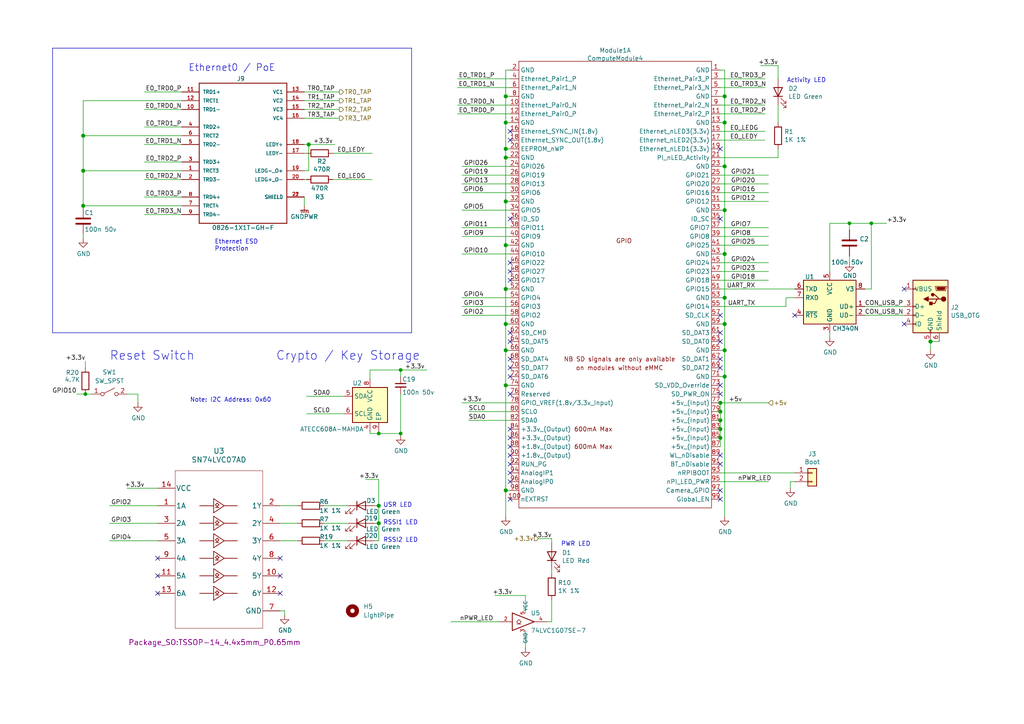
<source format=kicad_sch>
(kicad_sch (version 20210621) (generator eeschema)
  (paper "A4")
  (title_block (title "AP3500v2") (date "2021-01-19") (rev "1") (company "(c) ISis ImageStream Internet Solutions 2020") (comment 1 "www.imagestream.com"))
  (junction (at 24.13 39.37) (diameter 1.016))
  (junction (at 24.13 49.53) (diameter 1.016))
  (junction (at 24.13 59.69) (diameter 1.016))
  (junction (at 24.765 114.3))
  (junction (at 89.535 41.91) (diameter 1.016))
  (junction (at 109.855 125.73) (diameter 0.9144))
  (junction (at 109.855 146.685) (diameter 1.016))
  (junction (at 109.855 151.765) (diameter 1.016))
  (junction (at 116.205 107.315) (diameter 0.9144))
  (junction (at 116.205 125.73) (diameter 0.9144))
  (junction (at 146.685 27.94) (diameter 1.016))
  (junction (at 146.685 35.56) (diameter 1.016))
  (junction (at 146.685 43.18) (diameter 1.016))
  (junction (at 146.685 45.72) (diameter 1.016))
  (junction (at 146.685 58.42) (diameter 1.016))
  (junction (at 146.685 71.12) (diameter 1.016))
  (junction (at 146.685 83.82) (diameter 1.016))
  (junction (at 146.685 93.98) (diameter 1.016))
  (junction (at 146.685 101.6) (diameter 1.016))
  (junction (at 146.685 111.76) (diameter 1.016))
  (junction (at 146.685 142.24) (diameter 1.016))
  (junction (at 208.915 116.84) (diameter 1.016))
  (junction (at 208.915 119.38) (diameter 1.016))
  (junction (at 208.915 121.92) (diameter 1.016))
  (junction (at 208.915 124.46) (diameter 1.016))
  (junction (at 208.915 127) (diameter 1.016))
  (junction (at 210.185 27.94) (diameter 1.016))
  (junction (at 210.185 35.56) (diameter 1.016))
  (junction (at 210.185 48.26) (diameter 1.016))
  (junction (at 210.185 60.96) (diameter 1.016))
  (junction (at 210.185 73.66) (diameter 1.016))
  (junction (at 210.185 86.36) (diameter 1.016))
  (junction (at 210.185 93.98) (diameter 1.016))
  (junction (at 210.185 101.6) (diameter 1.016))
  (junction (at 210.185 109.22) (diameter 1.016))
  (junction (at 246.38 64.77))
  (junction (at 252.73 64.77))
  (junction (at 269.875 99.06) (diameter 1.016))
  (no_connect (at 45.72 161.925))
  (no_connect (at 45.72 167.005))
  (no_connect (at 45.72 172.085))
  (no_connect (at 81.28 161.925))
  (no_connect (at 81.28 167.005))
  (no_connect (at 81.28 172.085))
  (no_connect (at 147.955 38.1))
  (no_connect (at 147.955 40.64))
  (no_connect (at 147.955 63.5))
  (no_connect (at 147.955 76.2))
  (no_connect (at 147.955 78.74))
  (no_connect (at 147.955 81.28))
  (no_connect (at 147.955 96.52))
  (no_connect (at 147.955 99.06))
  (no_connect (at 147.955 104.14))
  (no_connect (at 147.955 106.68))
  (no_connect (at 147.955 109.22))
  (no_connect (at 147.955 114.3))
  (no_connect (at 147.955 124.46))
  (no_connect (at 147.955 127))
  (no_connect (at 147.955 129.54))
  (no_connect (at 147.955 132.08))
  (no_connect (at 147.955 134.62))
  (no_connect (at 147.955 137.16))
  (no_connect (at 147.955 139.7))
  (no_connect (at 147.955 144.78))
  (no_connect (at 208.915 43.18))
  (no_connect (at 208.915 63.5))
  (no_connect (at 208.915 91.44))
  (no_connect (at 208.915 96.52))
  (no_connect (at 208.915 99.06))
  (no_connect (at 208.915 104.14))
  (no_connect (at 208.915 106.68))
  (no_connect (at 208.915 111.76))
  (no_connect (at 208.915 114.3))
  (no_connect (at 208.915 132.08))
  (no_connect (at 208.915 134.62))
  (no_connect (at 208.915 142.24))
  (no_connect (at 208.915 144.78))
  (no_connect (at 230.505 91.44))
  (no_connect (at 262.255 83.82))
  (no_connect (at 262.255 93.98))
  (wire (pts (xy 22.225 114.3) (xy 24.765 114.3)))
  (wire (pts (xy 24.13 29.21) (xy 24.13 39.37)))
  (wire (pts (xy 24.13 29.21) (xy 52.705 29.21)))
  (wire (pts (xy 24.13 39.37) (xy 24.13 49.53)))
  (wire (pts (xy 24.13 39.37) (xy 52.705 39.37)))
  (wire (pts (xy 24.13 49.53) (xy 24.13 59.69)))
  (wire (pts (xy 24.13 49.53) (xy 52.705 49.53)))
  (wire (pts (xy 24.13 59.69) (xy 24.13 60.325)))
  (wire (pts (xy 24.13 59.69) (xy 52.705 59.69)))
  (wire (pts (xy 24.13 67.945) (xy 24.13 69.215)))
  (wire (pts (xy 24.765 104.775) (xy 24.765 106.68)))
  (wire (pts (xy 24.765 114.3) (xy 26.67 114.3)))
  (wire (pts (xy 31.75 146.685) (xy 45.72 146.685)))
  (wire (pts (xy 31.75 151.765) (xy 45.72 151.765)))
  (wire (pts (xy 31.75 156.845) (xy 45.72 156.845)))
  (wire (pts (xy 40.005 114.3) (xy 36.83 114.3)))
  (wire (pts (xy 40.005 116.84) (xy 40.005 114.3)))
  (wire (pts (xy 41.91 26.67) (xy 52.705 26.67)))
  (wire (pts (xy 41.91 31.75) (xy 52.705 31.75)))
  (wire (pts (xy 41.91 36.83) (xy 52.705 36.83)))
  (wire (pts (xy 41.91 41.91) (xy 52.705 41.91)))
  (wire (pts (xy 41.91 46.99) (xy 52.705 46.99)))
  (wire (pts (xy 41.91 52.07) (xy 52.705 52.07)))
  (wire (pts (xy 41.91 57.15) (xy 52.705 57.15)))
  (wire (pts (xy 41.91 62.23) (xy 52.705 62.23)))
  (wire (pts (xy 45.72 141.605) (xy 36.83 141.605)))
  (wire (pts (xy 81.28 146.685) (xy 86.36 146.685)))
  (wire (pts (xy 81.28 151.765) (xy 86.36 151.765)))
  (wire (pts (xy 81.28 156.845) (xy 86.36 156.845)))
  (wire (pts (xy 81.28 177.165) (xy 82.55 177.165)))
  (wire (pts (xy 82.55 177.165) (xy 82.55 178.435)))
  (wire (pts (xy 88.265 26.67) (xy 98.425 26.67)))
  (wire (pts (xy 88.265 29.21) (xy 98.425 29.21)))
  (wire (pts (xy 88.265 31.75) (xy 98.425 31.75)))
  (wire (pts (xy 88.265 34.29) (xy 98.425 34.29)))
  (wire (pts (xy 88.265 49.53) (xy 89.535 49.53)))
  (wire (pts (xy 88.265 57.15) (xy 88.265 59.69)))
  (wire (pts (xy 88.9 44.45) (xy 88.265 44.45)))
  (wire (pts (xy 88.9 52.07) (xy 88.265 52.07)))
  (wire (pts (xy 88.9 114.935) (xy 99.695 114.935)))
  (wire (pts (xy 88.9 120.015) (xy 99.695 120.015)))
  (wire (pts (xy 89.535 41.91) (xy 88.265 41.91)))
  (wire (pts (xy 89.535 49.53) (xy 89.535 41.91)))
  (wire (pts (xy 93.98 146.685) (xy 100.965 146.685)))
  (wire (pts (xy 93.98 151.765) (xy 100.965 151.765)))
  (wire (pts (xy 93.98 156.845) (xy 100.965 156.845)))
  (wire (pts (xy 97.155 41.91) (xy 89.535 41.91)))
  (wire (pts (xy 107.315 107.315) (xy 107.315 109.855)))
  (wire (pts (xy 107.315 125.095) (xy 107.315 125.73)))
  (wire (pts (xy 107.315 125.73) (xy 109.855 125.73)))
  (wire (pts (xy 107.95 44.45) (xy 96.52 44.45)))
  (wire (pts (xy 107.95 52.07) (xy 96.52 52.07)))
  (wire (pts (xy 109.855 125.73) (xy 109.855 125.095)))
  (wire (pts (xy 109.855 139.065) (xy 106.045 139.065)))
  (wire (pts (xy 109.855 139.065) (xy 109.855 146.685)))
  (wire (pts (xy 109.855 146.685) (xy 108.585 146.685)))
  (wire (pts (xy 109.855 146.685) (xy 109.855 151.765)))
  (wire (pts (xy 109.855 151.765) (xy 108.585 151.765)))
  (wire (pts (xy 109.855 151.765) (xy 109.855 156.845)))
  (wire (pts (xy 109.855 156.845) (xy 108.585 156.845)))
  (wire (pts (xy 116.205 107.315) (xy 107.315 107.315)))
  (wire (pts (xy 116.205 107.315) (xy 116.205 109.22)))
  (wire (pts (xy 116.205 114.3) (xy 116.205 125.73)))
  (wire (pts (xy 116.205 125.73) (xy 109.855 125.73)))
  (wire (pts (xy 116.205 125.73) (xy 116.205 126.365)))
  (wire (pts (xy 123.825 107.315) (xy 116.205 107.315)))
  (wire (pts (xy 130.81 180.34) (xy 144.78 180.34)))
  (wire (pts (xy 132.715 22.86) (xy 147.955 22.86)))
  (wire (pts (xy 132.715 25.4) (xy 147.955 25.4)))
  (wire (pts (xy 132.715 30.48) (xy 147.955 30.48)))
  (wire (pts (xy 132.715 33.02) (xy 147.955 33.02)))
  (wire (pts (xy 133.985 48.26) (xy 147.955 48.26)))
  (wire (pts (xy 133.985 50.8) (xy 147.955 50.8)))
  (wire (pts (xy 133.985 53.34) (xy 147.955 53.34)))
  (wire (pts (xy 133.985 55.88) (xy 147.955 55.88)))
  (wire (pts (xy 133.985 60.96) (xy 147.955 60.96)))
  (wire (pts (xy 133.985 66.04) (xy 147.955 66.04)))
  (wire (pts (xy 133.985 68.58) (xy 147.955 68.58)))
  (wire (pts (xy 133.985 73.66) (xy 147.955 73.66)))
  (wire (pts (xy 133.985 86.36) (xy 147.955 86.36)))
  (wire (pts (xy 133.985 88.9) (xy 147.955 88.9)))
  (wire (pts (xy 133.985 91.44) (xy 147.955 91.44)))
  (wire (pts (xy 133.985 116.84) (xy 147.955 116.84)))
  (wire (pts (xy 135.89 119.38) (xy 147.955 119.38)))
  (wire (pts (xy 135.89 121.92) (xy 147.955 121.92)))
  (wire (pts (xy 146.685 20.32) (xy 146.685 27.94)))
  (wire (pts (xy 146.685 27.94) (xy 146.685 35.56)))
  (wire (pts (xy 146.685 35.56) (xy 146.685 43.18)))
  (wire (pts (xy 146.685 43.18) (xy 146.685 45.72)))
  (wire (pts (xy 146.685 43.18) (xy 147.955 43.18)))
  (wire (pts (xy 146.685 45.72) (xy 146.685 58.42)))
  (wire (pts (xy 146.685 45.72) (xy 147.955 45.72)))
  (wire (pts (xy 146.685 58.42) (xy 146.685 71.12)))
  (wire (pts (xy 146.685 58.42) (xy 147.955 58.42)))
  (wire (pts (xy 146.685 71.12) (xy 146.685 83.82)))
  (wire (pts (xy 146.685 71.12) (xy 147.955 71.12)))
  (wire (pts (xy 146.685 83.82) (xy 146.685 93.98)))
  (wire (pts (xy 146.685 83.82) (xy 147.955 83.82)))
  (wire (pts (xy 146.685 93.98) (xy 146.685 101.6)))
  (wire (pts (xy 146.685 93.98) (xy 147.955 93.98)))
  (wire (pts (xy 146.685 101.6) (xy 146.685 111.76)))
  (wire (pts (xy 146.685 101.6) (xy 147.955 101.6)))
  (wire (pts (xy 146.685 111.76) (xy 146.685 142.24)))
  (wire (pts (xy 146.685 111.76) (xy 147.955 111.76)))
  (wire (pts (xy 146.685 142.24) (xy 146.685 149.86)))
  (wire (pts (xy 147.955 20.32) (xy 146.685 20.32)))
  (wire (pts (xy 147.955 27.94) (xy 146.685 27.94)))
  (wire (pts (xy 147.955 35.56) (xy 146.685 35.56)))
  (wire (pts (xy 147.955 129.54) (xy 148.209 129.54)))
  (wire (pts (xy 147.955 142.24) (xy 146.685 142.24)))
  (wire (pts (xy 152.4 172.72) (xy 143.51 172.72)))
  (wire (pts (xy 152.4 177.8) (xy 152.4 172.72)))
  (wire (pts (xy 152.4 182.88) (xy 152.4 187.96)))
  (wire (pts (xy 160.02 156.21) (xy 156.21 156.21)))
  (wire (pts (xy 160.02 157.48) (xy 160.02 156.21)))
  (wire (pts (xy 160.02 165.1) (xy 160.02 166.37)))
  (wire (pts (xy 160.02 173.99) (xy 160.02 180.34)))
  (wire (pts (xy 160.02 180.34) (xy 158.75 180.34)))
  (wire (pts (xy 208.915 20.32) (xy 210.185 20.32)))
  (wire (pts (xy 208.915 22.86) (xy 221.869 22.86)))
  (wire (pts (xy 208.915 25.4) (xy 221.869 25.4)))
  (wire (pts (xy 208.915 27.94) (xy 210.185 27.94)))
  (wire (pts (xy 208.915 30.48) (xy 221.869 30.48)))
  (wire (pts (xy 208.915 33.02) (xy 221.869 33.02)))
  (wire (pts (xy 208.915 35.56) (xy 210.185 35.56)))
  (wire (pts (xy 208.915 38.1) (xy 221.869 38.1)))
  (wire (pts (xy 208.915 40.64) (xy 221.869 40.64)))
  (wire (pts (xy 208.915 45.72) (xy 225.679 45.72)))
  (wire (pts (xy 208.915 48.26) (xy 210.185 48.26)))
  (wire (pts (xy 208.915 50.8) (xy 222.885 50.8)))
  (wire (pts (xy 208.915 53.34) (xy 222.885 53.34)))
  (wire (pts (xy 208.915 55.88) (xy 222.885 55.88)))
  (wire (pts (xy 208.915 58.42) (xy 222.885 58.42)))
  (wire (pts (xy 208.915 60.96) (xy 210.185 60.96)))
  (wire (pts (xy 208.915 66.04) (xy 222.885 66.04)))
  (wire (pts (xy 208.915 68.58) (xy 222.885 68.58)))
  (wire (pts (xy 208.915 71.12) (xy 222.885 71.12)))
  (wire (pts (xy 208.915 73.66) (xy 210.185 73.66)))
  (wire (pts (xy 208.915 76.2) (xy 222.885 76.2)))
  (wire (pts (xy 208.915 78.74) (xy 222.885 78.74)))
  (wire (pts (xy 208.915 81.28) (xy 222.885 81.28)))
  (wire (pts (xy 208.915 83.82) (xy 230.505 83.82)))
  (wire (pts (xy 208.915 86.36) (xy 210.185 86.36)))
  (wire (pts (xy 208.915 88.9) (xy 227.965 88.9)))
  (wire (pts (xy 208.915 93.98) (xy 210.185 93.98)))
  (wire (pts (xy 208.915 101.6) (xy 210.185 101.6)))
  (wire (pts (xy 208.915 109.22) (xy 210.185 109.22)))
  (wire (pts (xy 208.915 116.84) (xy 208.915 119.38)))
  (wire (pts (xy 208.915 116.84) (xy 222.885 116.84)))
  (wire (pts (xy 208.915 119.38) (xy 208.915 121.92)))
  (wire (pts (xy 208.915 121.92) (xy 208.915 124.46)))
  (wire (pts (xy 208.915 124.46) (xy 208.915 127)))
  (wire (pts (xy 208.915 127) (xy 208.915 129.54)))
  (wire (pts (xy 208.915 137.16) (xy 230.505 137.16)))
  (wire (pts (xy 208.915 139.7) (xy 222.885 139.7)))
  (wire (pts (xy 210.185 20.32) (xy 210.185 27.94)))
  (wire (pts (xy 210.185 27.94) (xy 210.185 35.56)))
  (wire (pts (xy 210.185 35.56) (xy 210.185 48.26)))
  (wire (pts (xy 210.185 48.26) (xy 210.185 60.96)))
  (wire (pts (xy 210.185 60.96) (xy 210.185 73.66)))
  (wire (pts (xy 210.185 73.66) (xy 210.185 86.36)))
  (wire (pts (xy 210.185 86.36) (xy 210.185 93.98)))
  (wire (pts (xy 210.185 93.98) (xy 210.185 101.6)))
  (wire (pts (xy 210.185 101.6) (xy 210.185 109.22)))
  (wire (pts (xy 210.185 109.22) (xy 210.185 149.86)))
  (wire (pts (xy 220.599 19.05) (xy 225.679 19.05)))
  (wire (pts (xy 225.679 22.86) (xy 225.679 19.05)))
  (wire (pts (xy 225.679 30.48) (xy 225.679 35.56)))
  (wire (pts (xy 225.679 45.72) (xy 225.679 43.18)))
  (wire (pts (xy 227.965 86.36) (xy 230.505 86.36)))
  (wire (pts (xy 227.965 88.9) (xy 227.965 86.36)))
  (wire (pts (xy 229.235 139.7) (xy 230.505 139.7)))
  (wire (pts (xy 229.235 141.605) (xy 229.235 139.7)))
  (wire (pts (xy 240.665 64.77) (xy 246.38 64.77)))
  (wire (pts (xy 240.665 78.74) (xy 240.665 64.77)))
  (wire (pts (xy 240.665 97.79) (xy 240.665 96.52)))
  (wire (pts (xy 246.38 64.77) (xy 246.38 66.675)))
  (wire (pts (xy 246.38 64.77) (xy 252.73 64.77)))
  (wire (pts (xy 246.38 74.295) (xy 246.38 76.2)))
  (wire (pts (xy 250.825 83.82) (xy 252.73 83.82)))
  (wire (pts (xy 250.825 88.9) (xy 262.255 88.9)))
  (wire (pts (xy 250.825 91.44) (xy 262.255 91.44)))
  (wire (pts (xy 252.73 64.77) (xy 252.73 83.82)))
  (wire (pts (xy 252.73 64.77) (xy 257.175 64.77)))
  (wire (pts (xy 269.875 99.06) (xy 272.415 99.06)))
  (wire (pts (xy 269.875 101.6) (xy 269.875 99.06)))
  (polyline (pts (xy 15.24 13.97) (xy 119.38 13.97)) (stroke (width 0) (type solid)))
  (polyline (pts (xy 15.24 96.52) (xy 15.24 13.97)) (stroke (width 0) (type solid)))
  (polyline (pts (xy 119.38 13.97) (xy 119.38 96.52)) (stroke (width 0) (type solid)))
  (polyline (pts (xy 119.38 96.52) (xy 15.24 96.52)) (stroke (width 0) (type solid)))
  (text "Ethernet0 / PoE" (at 54.61 20.955 0) (effects (font (size 2.0066 2.0066)) (justify left bottom)))
  (text "Reset Switch\n" (at 56.515 104.775 180) (effects (font (size 2.54 2.54)) (justify right bottom)))
  (text "Ethernet ESD\nProtection" (at 62.23 73.025 0) (effects (font (size 1.27 1.27)) (justify left bottom)))
  (text "Note: I2C Address: 0x60" (at 78.74 116.84 180) (effects (font (size 1.27 1.27)) (justify right bottom)))
  (text "USR LED" (at 111.125 147.32 0) (effects (font (size 1.27 1.27)) (justify left bottom)))
  (text "RSSI1 LED" (at 111.125 152.4 0) (effects (font (size 1.27 1.27)) (justify left bottom)))
  (text "RSSI2 LED" (at 111.125 157.48 0) (effects (font (size 1.27 1.27)) (justify left bottom)))
  (text "Crypto / Key Storage" (at 121.92 104.775 180) (effects (font (size 2.54 2.54)) (justify right bottom)))
  (text "PWR LED" (at 162.687 158.623 0) (effects (font (size 1.27 1.27)) (justify left bottom)))
  (text "Activity LED" (at 228.219 24.13 0) (effects (font (size 1.27 1.27)) (justify left bottom)))
  (label "GPIO10" (at 22.225 114.3 180))
  (label "+3.3v" (at 24.765 104.775 180))
  (label "GPIO2" (at 38.1 146.685 180))
  (label "GPIO3" (at 38.1 151.765 180))
  (label "GPIO4" (at 38.1 156.845 180))
  (label "+3.3v" (at 41.91 141.605 180))
  (label "E0_TRD0_P" (at 52.705 26.67 180))
  (label "E0_TRD0_N" (at 52.705 31.75 180))
  (label "E0_TRD1_P" (at 52.705 36.83 180))
  (label "E0_TRD1_N" (at 52.705 41.91 180))
  (label "E0_TRD2_P" (at 52.705 46.99 180))
  (label "E0_TRD2_N" (at 52.705 52.07 180))
  (label "E0_TRD3_P" (at 52.705 57.15 180))
  (label "E0_TRD3_N" (at 52.705 62.23 180))
  (label "+3.3v" (at 90.805 41.91 0))
  (label "SDA0" (at 90.805 114.935 0))
  (label "SCL0" (at 90.805 120.015 0))
  (label "TR0_TAP" (at 97.155 26.67 180))
  (label "TR1_TAP" (at 97.155 29.21 180))
  (label "TR2_TAP" (at 97.155 31.75 180))
  (label "TR3_TAP" (at 97.155 34.29 180))
  (label "E0_LEDY" (at 97.79 44.45 0))
  (label "E0_LEDG" (at 97.79 52.07 0))
  (label "+3.3v" (at 109.855 139.065 180))
  (label "+3.3v" (at 123.19 107.315 180))
  (label "nPWR_LED" (at 133.35 180.34 0))
  (label "+3.3v" (at 133.985 116.84 0))
  (label "SCL0" (at 135.89 119.38 0))
  (label "SDA0" (at 135.89 121.92 0))
  (label "GPIO6" (at 140.335 55.88 180))
  (label "GPIO5" (at 140.335 60.96 180))
  (label "GPIO9" (at 140.335 68.58 180))
  (label "GPIO4" (at 140.335 86.36 180))
  (label "GPIO3" (at 140.335 88.9 180))
  (label "GPIO2" (at 140.335 91.44 180))
  (label "GPIO26" (at 141.605 48.26 180))
  (label "GPIO19" (at 141.605 50.8 180))
  (label "GPIO13" (at 141.605 53.34 180))
  (label "GPIO11" (at 141.605 66.04 180))
  (label "GPIO10" (at 141.605 73.66 180))
  (label "E0_TRD1_P" (at 143.51 22.86 180))
  (label "E0_TRD1_N" (at 143.51 25.4 180))
  (label "E0_TRD0_N" (at 143.51 30.48 180))
  (label "E0_TRD0_P" (at 143.51 33.02 180))
  (label "+3.3v" (at 148.59 172.72 180))
  (label "+3.3v" (at 160.02 156.21 180))
  (label "E0_TRD3_P" (at 211.709 22.86 0))
  (label "E0_TRD3_N" (at 211.709 25.4 0))
  (label "E0_TRD2_N" (at 211.709 30.48 0))
  (label "E0_TRD2_P" (at 211.709 33.02 0))
  (label "E0_LEDG" (at 211.709 38.1 0))
  (label "E0_LEDY" (at 211.709 40.64 0))
  (label "nPWR_LED" (at 213.995 139.7 0))
  (label "+5v" (at 215.265 116.84 180))
  (label "GPIO7" (at 217.805 66.04 180))
  (label "GPIO8" (at 217.805 68.58 180))
  (label "GPIO21" (at 219.075 50.8 180))
  (label "GPIO20" (at 219.075 53.34 180))
  (label "GPIO16" (at 219.075 55.88 180))
  (label "GPIO12" (at 219.075 58.42 180))
  (label "GPIO25" (at 219.075 71.12 180))
  (label "GPIO24" (at 219.075 76.2 180))
  (label "GPIO23" (at 219.075 78.74 180))
  (label "GPIO18" (at 219.075 81.28 180))
  (label "UART_RX" (at 219.075 83.82 180))
  (label "UART_TX" (at 219.075 88.9 180))
  (label "+3.3v" (at 225.679 19.05 180))
  (label "CON_USB_P" (at 250.825 88.9 0))
  (label "CON_USB_N" (at 250.825 91.44 0))
  (label "+3.3v" (at 257.175 64.77 0))
  (hierarchical_label "TR0_TAP" (shape output) (at 98.425 26.67 0))
  (hierarchical_label "TR1_TAP" (shape output) (at 98.425 29.21 0))
  (hierarchical_label "TR2_TAP" (shape output) (at 98.425 31.75 0))
  (hierarchical_label "TR3_TAP" (shape output) (at 98.425 34.29 0))
  (hierarchical_label "+3.3v" (shape input) (at 156.21 156.21 180))
  (hierarchical_label "+5v" (shape input) (at 222.885 116.84 0))
  (symbol (lib_id "power:GNDPWR") (at 88.265 59.69 0) (mirror y) (unit 1)
    (property "Reference" "#PWR01" (effects hide))
    (property "Value" "GNDPWR" (at 88.265 62.865 0))
  )
  (symbol (lib_id "power:GND") (at 24.13 69.215 0) (unit 1)
    (property "Reference" "#PWR02" (effects hide))
    (property "Value" "GND" (at 24.257 73.6092 0))
  )
  (symbol (lib_id "power:GND") (at 40.005 116.84 0) (unit 1)
    (property "Reference" "#PWR0123" (effects hide))
    (property "Value" "GND" (at 40.132 121.2342 0))
  )
  (symbol (lib_id "power:GND") (at 82.55 178.435 0) (unit 1)
    (property "Reference" "#PWR0101" (effects hide))
    (property "Value" "GND" (at 82.677 182.8292 0))
  )
  (symbol (lib_id "power:GND") (at 116.205 126.365 0) (unit 1)
    (property "Reference" "#PWR0111" (effects hide))
    (property "Value" "GND" (at 116.332 130.7592 0))
  )
  (symbol (lib_id "power:GND") (at 146.685 149.86 0) (unit 1)
    (property "Reference" "#PWR0104" (effects hide))
    (property "Value" "GND" (at 146.812 154.2542 0))
  )
  (symbol (lib_id "power:GND") (at 152.4 187.96 0) (unit 1)
    (property "Reference" "#PWR05" (effects hide))
    (property "Value" "GND" (at 152.527 192.3542 0))
  )
  (symbol (lib_id "power:GND") (at 210.185 149.86 0) (unit 1)
    (property "Reference" "#PWR0105" (effects hide))
    (property "Value" "GND" (at 210.312 154.2542 0))
  )
  (symbol (lib_id "power:GND") (at 229.235 141.605 0) (unit 1)
    (property "Reference" "#PWR0109" (effects hide))
    (property "Value" "GND" (at 229.362 145.9992 0))
  )
  (symbol (lib_id "power:GND") (at 240.665 97.79 0) (unit 1)
    (property "Reference" "#PWR0102" (effects hide))
    (property "Value" "GND" (at 240.792 102.1842 0))
  )
  (symbol (lib_id "power:GND") (at 246.38 76.2 0) (unit 1)
    (property "Reference" "#PWR0107" (effects hide))
    (property "Value" "GND" (at 246.507 79.9592 0))
  )
  (symbol (lib_id "power:GND") (at 269.875 101.6 0) (unit 1)
    (property "Reference" "#PWR0108" (effects hide))
    (property "Value" "GND" (at 270.002 105.9942 0))
  )
  (symbol (lib_id "Mechanical:MountingHole") (at 102.235 177.165 0) (unit 1)
    (property "Reference" "H5" (at 105.41 175.8949 0) (effects (justify left)))
    (property "Value" "LightPipe" (at 105.41 178.4349 0) (effects (justify left)))
    (property "Footprint" "Scott:VCC_LightPipe_7511A62" (effects hide))
  )
  (symbol (lib_id "Device:R") (at 24.765 110.49 0) (mirror y) (unit 1)
    (property "Reference" "R20" (at 22.987 108.077 0) (effects (justify left)))
    (property "Value" "4.7K" (at 23.241 110.109 0) (effects (justify left)))
    (property "Footprint" "Resistor_SMD:R_0603_1608Metric" (effects hide))
    (property "PartsBoxID" "0603-4.7K-1%" (effects hide))
    (property "LCSC" "C23162" (effects hide))
  )
  (symbol (lib_id "Device:R") (at 90.17 146.685 90) (unit 1)
    (property "Reference" "R6" (at 95.3516 145.542 90) (effects (justify left)))
    (property "Value" "1K 1%" (at 98.933 148.082 90) (effects (justify left)))
    (property "Footprint" "Resistor_SMD:R_0603_1608Metric" (effects hide))
    (property "Datasheet" "https://fscdn.rohm.com/en/products/databook/datasheet/passive/resistor/chip_resistor/mcr-e.pdf" (effects hide))
    (property "Field4" "Farnell" (effects hide))
    (property "Field5" "9239235" (effects hide))
    (property "Field7" "KOA EUROPE GMBH" (effects hide))
    (property "Field6" "RK73H1ETTP1001F" (effects hide))
    (property "Part Description" "Resistor 1K M1005 1% 63mW" (effects hide))
    (property "Field8" "125049511" (effects hide))
    (property "LCSC" "C21190" (effects hide))
  )
  (symbol (lib_id "Device:R") (at 90.17 151.765 90) (unit 1)
    (property "Reference" "R7" (at 95.3516 150.622 90) (effects (justify left)))
    (property "Value" "1K 1%" (at 98.933 153.162 90) (effects (justify left)))
    (property "Footprint" "Resistor_SMD:R_0603_1608Metric" (effects hide))
    (property "Datasheet" "https://fscdn.rohm.com/en/products/databook/datasheet/passive/resistor/chip_resistor/mcr-e.pdf" (effects hide))
    (property "Field4" "Farnell" (effects hide))
    (property "Field5" "9239235" (effects hide))
    (property "Field7" "KOA EUROPE GMBH" (effects hide))
    (property "Field6" "RK73H1ETTP1001F" (effects hide))
    (property "Part Description" "Resistor 1K M1005 1% 63mW" (effects hide))
    (property "Field8" "125049511" (effects hide))
    (property "LCSC" "C21190" (effects hide))
  )
  (symbol (lib_id "Device:R") (at 90.17 156.845 90) (unit 1)
    (property "Reference" "R19" (at 96.6216 155.702 90) (effects (justify left)))
    (property "Value" "1K 1%" (at 98.933 158.242 90) (effects (justify left)))
    (property "Footprint" "Resistor_SMD:R_0603_1608Metric" (effects hide))
    (property "Datasheet" "https://fscdn.rohm.com/en/products/databook/datasheet/passive/resistor/chip_resistor/mcr-e.pdf" (effects hide))
    (property "Field4" "Farnell" (effects hide))
    (property "Field5" "9239235" (effects hide))
    (property "Field7" "KOA EUROPE GMBH" (effects hide))
    (property "Field6" "RK73H1ETTP1001F" (effects hide))
    (property "Part Description" "Resistor 1K M1005 1% 63mW" (effects hide))
    (property "Field8" "125049511" (effects hide))
    (property "LCSC" "C21190" (effects hide))
  )
  (symbol (lib_id "Device:R") (at 92.71 44.45 90) (mirror x) (unit 1)
    (property "Reference" "R2" (at 93.345 46.8122 90))
    (property "Value" "470R" (at 93.345 49.1236 90))
    (property "Footprint" "Resistor_SMD:R_0603_1608Metric" (effects hide))
    (property "Datasheet" "https://fscdn.rohm.com/en/products/databook/datasheet/passive/resistor/chip_resistor/mcr-e.pdf" (effects hide))
    (property "Field4" "Farnell" (effects hide))
    (property "Field5" "9239197" (effects hide))
    (property "Field7" "KOA EUROPE GMBH" (effects hide))
    (property "Field6" "RK73G1ETQTP4700D         " (effects hide))
    (property "Field8" "120887981" (effects hide))
    (property "Part Description" "Resistor 470R M1005 1% 63mW" (effects hide))
    (property "PartsBoxID" "0603-470R-1%" (effects hide))
    (property "LCSC" "C23179" (effects hide))
  )
  (symbol (lib_id "Device:R") (at 92.71 52.07 90) (mirror x) (unit 1)
    (property "Reference" "R3" (at 92.71 57.15 90))
    (property "Value" "470R" (at 92.71 54.61 90))
    (property "Footprint" "Resistor_SMD:R_0603_1608Metric" (effects hide))
    (property "Datasheet" "https://fscdn.rohm.com/en/products/databook/datasheet/passive/resistor/chip_resistor/mcr-e.pdf" (effects hide))
    (property "Field4" "Farnell" (effects hide))
    (property "Field5" "9239197" (effects hide))
    (property "Field7" "KOA EUROPE GMBH" (effects hide))
    (property "Field6" "RK73G1ETQTP4700D         " (effects hide))
    (property "Field8" "120887981" (effects hide))
    (property "Part Description" "Resistor 470R M1005 1% 63mW" (effects hide))
    (property "PartsBoxID" "0603-470R-1%" (effects hide))
    (property "LCSC" "C23179" (effects hide))
  )
  (symbol (lib_id "Device:R") (at 160.02 170.18 0) (unit 1)
    (property "Reference" "R10" (at 161.798 169.0116 0) (effects (justify left)))
    (property "Value" "1K 1%" (at 161.798 171.323 0) (effects (justify left)))
    (property "Footprint" "Resistor_SMD:R_0603_1608Metric" (effects hide))
    (property "Datasheet" "https://fscdn.rohm.com/en/products/databook/datasheet/passive/resistor/chip_resistor/mcr-e.pdf" (effects hide))
    (property "Field4" "Farnell" (effects hide))
    (property "Field5" "9239235" (effects hide))
    (property "Field7" "KOA EUROPE GMBH" (effects hide))
    (property "Field6" "RK73H1ETTP1001F" (effects hide))
    (property "Part Description" "Resistor 1K M1005 1% 63mW" (effects hide))
    (property "Field8" "125049511" (effects hide))
    (property "LCSC" "C21190" (effects hide))
  )
  (symbol (lib_id "Device:R") (at 225.679 39.37 0) (unit 1)
    (property "Reference" "R1" (at 227.457 38.2016 0) (effects (justify left)))
    (property "Value" "1K 1%" (at 227.457 40.513 0) (effects (justify left)))
    (property "Footprint" "Resistor_SMD:R_0603_1608Metric" (effects hide))
    (property "Datasheet" "https://fscdn.rohm.com/en/products/databook/datasheet/passive/resistor/chip_resistor/mcr-e.pdf" (effects hide))
    (property "Field4" "Farnell" (effects hide))
    (property "Field5" "9239235" (effects hide))
    (property "Field7" "KOA EUROPE GMBH" (effects hide))
    (property "Field6" "RK73H1ETTP1001F" (effects hide))
    (property "Part Description" "Resistor 1K M1005 1% 63mW" (effects hide))
    (property "Field8" "125049511" (effects hide))
    (property "LCSC" "C21190" (effects hide))
  )
  (symbol (lib_id "Device:C_Small") (at 116.205 111.76 0) (mirror y) (unit 1)
    (property "Reference" "C19" (at 116.6368 110.0074 0) (effects (justify right)))
    (property "Value" "100n 50v" (at 116.6368 113.792 0) (effects (justify right)))
    (property "Footprint" "Capacitor_SMD:C_0603_1608Metric" (effects hide))
    (property "PartsBoxID" "0603-100nF-X7R-50V" (effects hide))
    (property "SPR" "-" (effects hide))
    (property "SPN" "-" (effects hide))
    (property "SPURL" "-" (effects hide))
    (property "LCSC" "C14663" (effects hide))
    (property "Part Description" "100nF 10% or 20% 50V Ceramic Capacitor X7R 0603" (effects hide))
  )
  (symbol (lib_id "Switch:SW_SPST") (at 31.75 114.3 0) (unit 1)
    (property "Reference" "SW1" (at 31.75 107.95 0))
    (property "Value" "SW_SPST" (at 31.75 110.49 0))
    (property "Footprint" "Switches:SWITCH TACTILE SPST-NO 0.05A 12V" (effects hide))
    (property "PartsBox" "PTS645VK582LFS" (effects hide))
  )
  (symbol (lib_id "Device:LED") (at 104.775 146.685 0) (unit 1)
    (property "Reference" "D3" (at 108.9406 145.2118 0) (effects (justify right)))
    (property "Value" "LED Green" (at 116.1542 148.3868 0) (effects (justify right)))
    (property "Footprint" "LED_SMD:LED_0603_1608Metric" (effects hide))
    (property "Datasheet" "http://optoelectronics.liteon.com/upload/download/DS22-2000-226/LTST-S270KGKT.pdf" (effects hide))
    (property "Field4" "Digikey " (effects hide))
    (property "Field5" "LTST-S270KGKT" (effects hide))
    (property "Field6" "SML-A12M8TT86N" (effects hide))
    (property "Field7" "Rohm" (effects hide))
    (property "Field8" "650263301" (effects hide))
    (property "Part Description" "	Green 572nm LED Indication - Discrete 2.2V 2-SMD, No Lead" (effects hide))
    (property "LCSC" "C72043" (effects hide))
  )
  (symbol (lib_id "Device:LED") (at 104.775 151.765 0) (unit 1)
    (property "Reference" "D19" (at 109.5756 150.2918 0) (effects (justify right)))
    (property "Value" "LED Green" (at 116.1542 153.4668 0) (effects (justify right)))
    (property "Footprint" "LED_SMD:LED_0603_1608Metric" (effects hide))
    (property "Datasheet" "http://optoelectronics.liteon.com/upload/download/DS22-2000-226/LTST-S270KGKT.pdf" (effects hide))
    (property "Field4" "Digikey " (effects hide))
    (property "Field5" "LTST-S270KGKT" (effects hide))
    (property "Field6" "SML-A12M8TT86N" (effects hide))
    (property "Field7" "Rohm" (effects hide))
    (property "Field8" "650263301" (effects hide))
    (property "Part Description" "	Green 572nm LED Indication - Discrete 2.2V 2-SMD, No Lead" (effects hide))
    (property "LCSC" "C72043" (effects hide))
  )
  (symbol (lib_id "Device:LED") (at 104.775 156.845 0) (unit 1)
    (property "Reference" "D20" (at 109.5756 155.3718 0) (effects (justify right)))
    (property "Value" "LED Green" (at 116.1542 158.5468 0) (effects (justify right)))
    (property "Footprint" "LED_SMD:LED_0603_1608Metric" (effects hide))
    (property "Datasheet" "http://optoelectronics.liteon.com/upload/download/DS22-2000-226/LTST-S270KGKT.pdf" (effects hide))
    (property "Field4" "Digikey " (effects hide))
    (property "Field5" "LTST-S270KGKT" (effects hide))
    (property "Field6" "SML-A12M8TT86N" (effects hide))
    (property "Field7" "Rohm" (effects hide))
    (property "Field8" "650263301" (effects hide))
    (property "Part Description" "	Green 572nm LED Indication - Discrete 2.2V 2-SMD, No Lead" (effects hide))
    (property "LCSC" "C72043" (effects hide))
  )
  (symbol (lib_id "Device:LED") (at 160.02 161.29 90) (unit 1)
    (property "Reference" "D1" (at 162.9918 160.2994 90) (effects (justify right)))
    (property "Value" "LED Red" (at 162.9918 162.6108 90) (effects (justify right)))
    (property "Footprint" "LED_SMD:LED_0603_1608Metric" (effects hide))
    (property "Datasheet" "http://optoelectronics.liteon.com/upload/download/DS22-2000-210/LTST-S270KRKT.pdf" (effects hide))
    (property "Field4" "Digikey " (effects hide))
    (property "Field5" "	LTST-S270KRKT" (effects hide))
    (property "Field6" "SML-A12U8TT86Q" (effects hide))
    (property "Field7" "Rohm" (effects hide))
    (property "Field8" "650295101" (effects hide))
    (property "Part Description" "	Red 620nm LED Indication - Discrete 2.2V 2-SMD, No Lead" (effects hide))
    (property "LCSC" "C2286" (effects hide))
  )
  (symbol (lib_id "Device:LED") (at 225.679 26.67 90) (unit 1)
    (property "Reference" "D2" (at 228.6508 25.6794 90) (effects (justify right)))
    (property "Value" "LED Green" (at 228.6508 27.9908 90) (effects (justify right)))
    (property "Footprint" "LED_SMD:LED_0603_1608Metric" (effects hide))
    (property "Datasheet" "http://optoelectronics.liteon.com/upload/download/DS22-2000-226/LTST-S270KGKT.pdf" (effects hide))
    (property "Field4" "Digikey " (effects hide))
    (property "Field5" "LTST-S270KGKT" (effects hide))
    (property "Field6" "SML-A12M8TT86N" (effects hide))
    (property "Field7" "Rohm" (effects hide))
    (property "Field8" "650263301" (effects hide))
    (property "Part Description" "	Green 572nm LED Indication - Discrete 2.2V 2-SMD, No Lead" (effects hide))
    (property "LCSC" "C72043" (effects hide))
  )
  (symbol (lib_id "Connector_Generic:Conn_01x02") (at 235.585 137.16 0) (unit 1)
    (property "Reference" "J3" (at 235.585 131.6736 0))
    (property "Value" "Boot" (at 235.585 133.985 0))
    (property "Footprint" "Connector_PinHeader_2.54mm:PinHeader_1x02_P2.54mm_Vertical" (effects hide))
    (property "Field4" "Toby" (effects hide))
    (property "Field5" "THD-07-R" (effects hide))
    (property "Field6" "THD-07-R" (effects hide))
    (property "Field7" "Toby" (effects hide))
    (property "Part Description" "PinHeader_2x07_P2.54mm_Vertical" (effects hide))
  )
  (symbol (lib_id "Device:C") (at 24.13 64.135 0) (unit 1)
    (property "Reference" "C1" (at 24.511 61.6966 0) (effects (justify left)))
    (property "Value" "100n 50v" (at 24.511 66.548 0) (effects (justify left)))
    (property "Footprint" "Capacitor_SMD:C_0603_1608Metric" (effects hide))
    (property "Datasheet" "https://search.murata.co.jp/Ceramy/image/img/A01X/G101/ENG/GRM155R71C104KA88-01.pdf" (effects hide))
    (property "Field4" "Farnell" (effects hide))
    (property "Field5" "2611911" (effects hide))
    (property "Field6" "RM EMK105 B7104KV-F" (effects hide))
    (property "Field7" "TAIYO YUDEN EUROPE GMBH" (effects hide))
    (property "Part Description" "100nF 10% or 20% 50V Ceramic Capacitor X7R 0603" (effects hide))
    (property "Field8" "110091611" (effects hide))
    (property "PartsBoxID" "0603-100nF-X7R-50V" (effects hide))
    (property "LCSC" "C14663" (effects hide))
  )
  (symbol (lib_id "Device:C") (at 246.38 70.485 0) (unit 1)
    (property "Reference" "C2" (at 249.301 69.3166 0) (effects (justify left)))
    (property "Value" "100n 50v" (at 241.046 76.073 0) (effects (justify left)))
    (property "Footprint" "Capacitor_SMD:C_0603_1608Metric" (effects hide))
    (property "Field4" "Digikey" (effects hide))
    (property "Field6" "GRM188R71H104KA93D" (effects hide))
    (property "Field7" "Murata" (effects hide))
    (property "Part Description" "100nF 10% or 20% 50V Ceramic Capacitor X7R 0603" (effects hide))
    (property "LCSC" "C14663" (effects hide))
  )
  (symbol (lib_id "AP3500:74LVC1G07_copy") (at 152.4 180.34 0) (unit 1)
    (property "Reference" "U5" (at 153.924 177.8 0) (effects (justify left)))
    (property "Value" "74LVC1G07SE-7" (at 153.924 182.88 0) (effects (justify left)))
    (property "Footprint" "Package_TO_SOT_SMD:SOT-23-5" (effects hide))
    (property "Datasheet" "https://www.diodes.com/assets/Datasheets/74LVC1G07.pdf" (effects hide))
    (property "Field4" "Farnell" (effects hide))
    (property "Field5" "2425492" (effects hide))
    (property "Field6" "74LVC1G07SE-7" (effects hide))
    (property "Field7" "Diodes" (effects hide))
    (property "Part Description" "Buffer, Non-Inverting 1 Element 1 Bit per Element Open Drain Output SOT-353" (effects hide))
    (property "LCSC" "C7829" (effects hide))
  )
  (symbol (lib_id "Security:ATECC608A-MAHDA") (at 107.315 117.475 0) (mirror y) (unit 1)
    (property "Reference" "U2" (at 102.235 111.125 0) (effects (justify right)))
    (property "Value" "ATECC608A-MAHDA" (at 86.995 124.46 0) (effects (justify right)))
    (property "Footprint" "Package_DFN_QFN:DFN-8-1EP_3x2mm_P0.5mm_EP1.3x1.5mm" (effects hide))
    (property "Datasheet" "http://ww1.microchip.com/downloads/en/DeviceDoc/ATECC608A-CryptoAuthentication-Device-Summary-Data-Sheet-DS40001977B.pdf" (effects hide))
    (property "PartsBoxID" "ATECC608A-MAHDA-T" (effects hide))
  )
  (symbol (lib_id "Connector:USB_OTG") (at 269.875 88.9 0) (mirror y) (unit 1)
    (property "Reference" "J2" (at 275.717 89.1794 0) (effects (justify right)))
    (property "Value" "USB_OTG" (at 275.717 91.4908 0) (effects (justify right)))
    (property "Footprint" "Scott:AMPHENOL_10118194-0001LF" (effects hide))
    (property "Datasheet" "https://cdn.amphenol-icc.com/media/wysiwyg/files/documentation/datasheet/inputoutput/io_usb_micro.pd" (effects hide))
    (property "Field4" "Digikey" (effects hide))
    (property "Field5" "609-4050-2-ND" (effects hide))
    (property "Field6" "690-005-298-486" (effects hide))
    (property "Field7" "EDAC" (effects hide))
    (property "Part Description" "USB - micro B USB 2.0 Receptacle Connector 5 Position Surface Mount, Right Angle; Through Hole" (effects hide))
    (property "Field8" "UCON00686" (effects hide))
    (property "LCSC" "C132563" (effects hide))
    (property "PartsBoxID" "C132563" (effects hide))
  )
  (symbol (lib_id "Interface_USB:CH330N") (at 240.665 86.36 0) (mirror y) (unit 1)
    (property "Reference" "U1" (at 234.823 80.264 0))
    (property "Value" "CH340N" (at 245.237 95.25 0))
    (property "Footprint" "Package_SO:SOP-8_5.28x5.23mm_P1.27mm" (effects hide))
    (property "Datasheet" "http://www.wch.cn/downloads/file/240.html" (effects hide))
  )
  (symbol (lib_id "0826-1X1T-GH-F:0826-1X1T-GH-F") (at 70.485 44.45 0) (unit 1)
    (property "Reference" "J9" (at 69.85 22.86 0))
    (property "Value" "0826-1X1T-GH-F" (at 70.485 66.04 0))
    (property "Footprint" "0826-1X1T-GH-F:BEL_0826-1X1T-GH-F" (effects hide))
    (property "Datasheet" "Bel Component" (effects hide))
    (property "PartsBoxID" "0826-1X1T-GH-F" (effects hide))
  )
  (symbol (lib_id "2021-01-22_15-06-37:SN74LVC07AD") (at 63.5 159.385 0) (unit 1)
    (property "Reference" "U3" (at 63.5 130.81 0) (effects (font (size 1.524 1.524))))
    (property "Value" "SN74LVC07AD" (at 63.5 133.35 0) (effects (font (size 1.524 1.524))))
    (property "Footprint" "Package_SO:TSSOP-14_4.4x5mm_P0.65mm" (at 62.23 186.309 0) (effects (font (size 1.524 1.524))))
    (property "PartsBoxID" "SN74LVC07AD" (effects hide))
    (property "LCSC" "C7809" (effects hide))
  )
  (symbol (lib_id "AP3500:ComputeModule4-CM4") (at 180.975 76.2 0) (unit 1) (in_bom no)
    (property "Reference" "Module1" (at 178.435 14.605 0))
    (property "Value" "ComputeModule4" (at 178.435 16.9164 0))
    (property "Footprint" "AP3000:Raspberry-Pi-4-Compute-Module" (effects hide))
    (property "Field4" "Hirose" (effects hide))
    (property "Field5" "2off DF40C-100DS-0.4V" (effects hide))
    (property "Field6" "2off DF40C-100DS-0.4V" (effects hide))
    (property "Field7" "Hirose" (effects hide))
    (property "Part Description" "	100 Position Connector Receptacle, Center Strip Contacts Surface Mount Gold" (effects hide))
    (property "PartsBoxID" "\nDF40C-100DS-0.4V(51)" (effects hide))
  )
)
</source>
